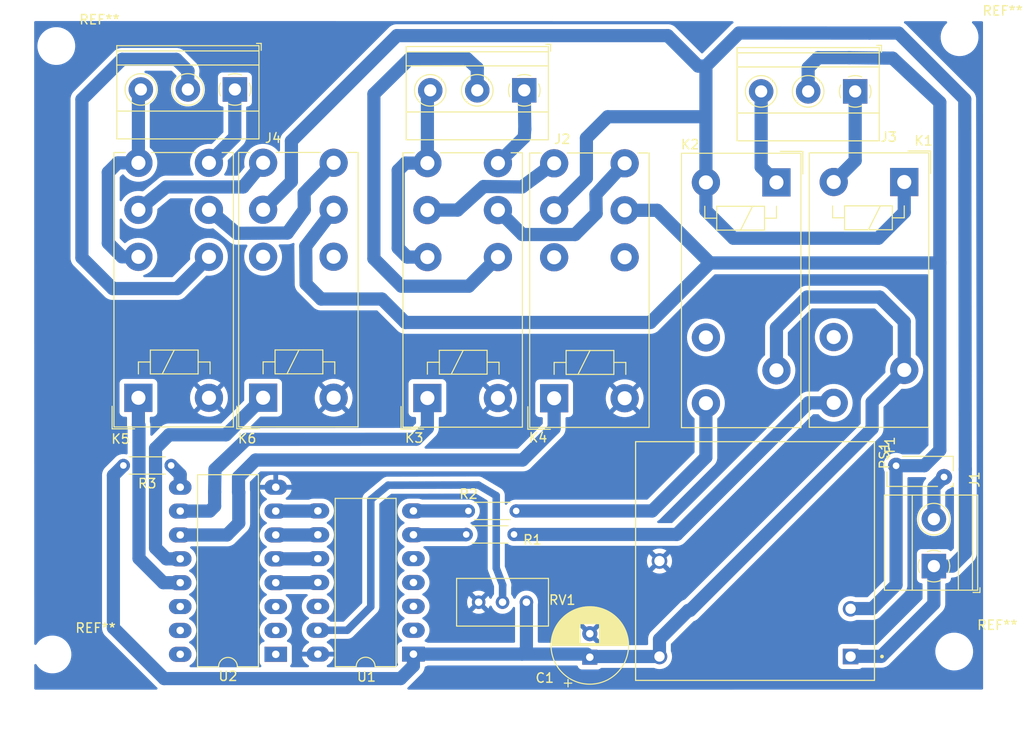
<source format=kicad_pcb>
(kicad_pcb (version 20211014) (generator pcbnew)
  (layers (0 "F.Cu" signal) (31 "B.Cu" signal) (34 "B.Paste" user) (35 "F.Paste" user) (36 "B.SilkS" user "B.Silkscreen") (37 "F.SilkS" user "F.Silkscreen") (38 "B.Mask" user) (39 "F.Mask" user) (44 "Edge.Cuts" user))
  (net 0 "")
  (net 1 "Earth")
  (net 2 "FASE")
  (net 3 "NEUTRO")
  (net 4 "UP")
  (net 5 "DOW")
  (net 9 "DIR M2")
  (net 10 "Net-(K5-Pad11)")
  (net 11 "Net-(K5-Pad21)")
  (net 12 "RL02")
  (net 15 "RL01")
  (net 16 "Net-(J1-Pad2)")
  (net 17 "Net-(K3-Pad12)")
  (net 18 "Net-(K3-Pad22)")
  (net 19 "Net-(K1-PadA2)")
  (net 20 "Net-(K2-PadA1)")
  (net 21 "Net-(K5-Pad22)")
  (net 22 "Net-(K5-Pad24)")
  (net 25 "Net-(K2-Pad14)")
  (net 26 "Net-(K3-Pad11)")
  (net 27 "Net-(K3-Pad21)")
  (net 29 "RL03")
  (net 30 "RL04")
  (net 31 "Net-(K3-Pad24)")
  (net 32 "Net-(J4-Pad3)")
  (net 33 "+5V")
  (net 40 "RST")
  (net 42 "Net-(K1-Pad14)")
  (net 43 "Net-(U1-Pad13)")
  (net 45 "Net-(U2-Pad9)")
  (net 46 "ON M1")
  (net 47 "ON M2")
  (net 48 "DIR M1")
  (footprint "Relay_THT:Relay_DPDT_Finder_40.52" (layer "F.Cu") (at 124.83 106.875 90)
    (fp_text reference "K3" (at -4.25 -1.4 180) (layer "F.SilkS"))
    (fp_text value "FINDER-40.52")
    (pad "11" thru_hole circle (at 20 0 90) (size 3 3) (drill 1.5) (layers *.Cu *.Mask) (net 26 "Net-(K3-Pad11)"))
    (pad "12" thru_hole circle (at 15 0 90) (size 3 3) (drill 1.5) (layers *.Cu *.Mask) (net 17 "Net-(K3-Pad12)"))
    (pad "14" thru_hole circle (at 25 0 90) (size 3 3) (drill 1.5) (layers *.Cu *.Mask) (net 17 "Net-(K3-Pad12)"))
    (pad "21" thru_hole circle (at 20 7.5 90) (size 3 3) (drill 1.5) (layers *.Cu *.Mask) (net 27 "Net-(K3-Pad21)"))
    (pad "22" thru_hole circle (at 15 7.5 90) (size 3 3) (drill 1.5) (layers *.Cu *.Mask) (net 18 "Net-(K3-Pad22)"))
    (pad "24" thru_hole circle (at 25 7.5 90) (size 3 3) (drill 1.5) (layers *.Cu *.Mask) (net 31 "Net-(K3-Pad24)"))
    (pad "A1" thru_hole rect (at 0 0 90) (size 3 3) (drill 1.5) (layers *.Cu *.Mask) (net 29 "RL03"))
    (pad "A2" thru_hole circle (at 0 7.5 90) (size 3 3) (drill 1.5) (layers *.Cu *.Mask) (net 1 "Earth"))
  )
  (footprint "MountingHole:MountingHole_3mm" (layer "F.Cu") (at 84.96 134.16)
    (fp_text reference "REF**" (at 4.59 -2.81 180) (layer "F.SilkS"))
    (fp_text value "MountingHole_3mm")
    (pad "" np_thru_hole circle (at 0 0) (size 3 3) (drill 3) (layers *.Cu *.Mask))
  )
  (footprint "Capacitor_THT:CP_Radial_D8.0mm_P2.50mm" (layer "F.Cu") (at 142.1 134.452651 90)
    (fp_text reference "C1" (at -2.207349 -4.79) (layer "F.SilkS"))
    (fp_text value "100uF")
    (pad "1" thru_hole rect (at 0 0 90) (size 1.6 1.6) (drill 0.8) (layers *.Cu *.Mask) (net 33 "+5V"))
    (pad "2" thru_hole circle (at 2.5 0 90) (size 1.6 1.6) (drill 0.8) (layers *.Cu *.Mask) (net 1 "Earth"))
  )
  (footprint "TerminalBlock_Phoenix:TerminalBlock_Phoenix_MKDS-1,5-2_1x02_P5.00mm_Horizontal" (layer "F.Cu") (at 178.69 124.76 90)
    (fp_text reference "J1" (at 9.21 4.335 90) (layer "F.SilkS"))
    (fp_text value "Conn_01x02")
    (pad "1" thru_hole rect (at 0 0 90) (size 2.6 2.6) (drill 1.3) (layers *.Cu *.Mask) (net 3 "NEUTRO"))
    (pad "2" thru_hole circle (at 5 0 90) (size 2.6 2.6) (drill 1.3) (layers *.Cu *.Mask) (net 16 "Net-(J1-Pad2)"))
  )
  (footprint "Relay_THT:Relay_SPDT_Finder_40.31" (layer "F.Cu") (at 161.9475 83.9275 -90)
    (fp_text reference "K2" (at -4.0275 9.1775 180) (layer "F.SilkS"))
    (fp_text value "FINDER-36.11")
    (pad "11" thru_hole circle (at 20 0 270) (size 3 3) (drill 1.5) (layers *.Cu *.Mask) (net 33 "+5V"))
    (pad "12" thru_hole circle (at 16.5 7.5 270) (size 3 3) (drill 1.5) (layers *.Cu *.Mask))
    (pad "14" thru_hole circle (at 23.5 7.5 270) (size 3 3) (drill 1.5) (layers *.Cu *.Mask) (net 25 "Net-(K2-Pad14)"))
    (pad "A1" thru_hole rect (at 0 0 270) (size 3 3) (drill 1.5) (layers *.Cu *.Mask) (net 20 "Net-(K2-PadA1)"))
    (pad "A2" thru_hole circle (at 0 7.5 270) (size 3 3) (drill 1.5) (layers *.Cu *.Mask) (net 3 "NEUTRO"))
  )
  (footprint "Resistor_THT:R_Axial_DIN0204_L3.6mm_D1.6mm_P5.08mm_Horizontal" (layer "F.Cu") (at 134.27 118.89 180)
    (fp_text reference "R2" (at 5.06 1.8) (layer "F.SilkS"))
    (fp_text value "10K")
    (pad "1" thru_hole circle (at 0 0 180) (size 1.4 1.4) (drill 0.7) (layers *.Cu *.Mask) (net 25 "Net-(K2-Pad14)"))
    (pad "2" thru_hole oval (at 5.08 0 180) (size 1.4 1.4) (drill 0.7) (layers *.Cu *.Mask) (net 4 "UP"))
  )
  (footprint "Relay_THT:Relay_SPDT_Finder_40.31" (layer "F.Cu") (at 175.5375 83.8875 -90)
    (fp_text reference "K1" (at -4.3875 -2.0525) (layer "F.SilkS"))
    (fp_text value "FINDER-36.11")
    (pad "11" thru_hole circle (at 20 0 270) (size 3 3) (drill 1.5) (layers *.Cu *.Mask) (net 33 "+5V"))
    (pad "12" thru_hole circle (at 16.5 7.5 270) (size 3 3) (drill 1.5) (layers *.Cu *.Mask))
    (pad "14" thru_hole circle (at 23.5 7.5 270) (size 3 3) (drill 1.5) (layers *.Cu *.Mask) (net 42 "Net-(K1-Pad14)"))
    (pad "A1" thru_hole rect (at 0 0 270) (size 3 3) (drill 1.5) (layers *.Cu *.Mask) (net 3 "NEUTRO"))
    (pad "A2" thru_hole circle (at 0 7.5 270) (size 3 3) (drill 1.5) (layers *.Cu *.Mask) (net 19 "Net-(K1-PadA2)"))
  )
  (footprint "Package_DIP:DIP-16_W10.16mm_LongPads" (layer "F.Cu") (at 108.705 134.145 180)
    (fp_text reference "U2" (at 5.08 -2.33) (layer "F.SilkS"))
    (fp_text value "ULN2003A")
    (pad "1" thru_hole rect (at 0 0 180) (size 2.4 1.6) (drill 0.8) (layers *.Cu *.Mask))
    (pad "2" thru_hole oval (at 0 2.54 180) (size 2.4 1.6) (drill 0.8) (layers *.Cu *.Mask))
    (pad "3" thru_hole oval (at 0 5.08 180) (size 2.4 1.6) (drill 0.8) (layers *.Cu *.Mask))
    (pad "4" thru_hole oval (at 0 7.62 180) (size 2.4 1.6) (drill 0.8) (layers *.Cu *.Mask) (net 9 "DIR M2"))
    (pad "5" thru_hole oval (at 0 10.16 180) (size 2.4 1.6) (drill 0.8) (layers *.Cu *.Mask) (net 48 "DIR M1"))
    (pad "6" thru_hole oval (at 0 12.7 180) (size 2.4 1.6) (drill 0.8) (layers *.Cu *.Mask) (net 47 "ON M2"))
    (pad "7" thru_hole oval (at 0 15.24 180) (size 2.4 1.6) (drill 0.8) (layers *.Cu *.Mask) (net 46 "ON M1"))
    (pad "8" thru_hole oval (at 0 17.78 180) (size 2.4 1.6) (drill 0.8) (layers *.Cu *.Mask) (net 1 "Earth"))
    (pad "9" thru_hole oval (at 10.16 17.78 180) (size 2.4 1.6) (drill 0.8) (layers *.Cu *.Mask) (net 45 "Net-(U2-Pad9)"))
    (pad "10" thru_hole oval (at 10.16 15.24 180) (size 2.4 1.6) (drill 0.8) (layers *.Cu *.Mask) (net 29 "RL03"))
    (pad "11" thru_hole oval (at 10.16 12.7 180) (size 2.4 1.6) (drill 0.8) (layers *.Cu *.Mask) (net 30 "RL04"))
    (pad "12" thru_hole oval (at 10.16 10.16 180) (size 2.4 1.6) (drill 0.8) (layers *.Cu *.Mask) (net 15 "RL01"))
    (pad "13" thru_hole oval (at 10.16 7.62 180) (size 2.4 1.6) (drill 0.8) (layers *.Cu *.Mask) (net 12 "RL02"))
    (pad "14" thru_hole oval (at 10.16 5.08 180) (size 2.4 1.6) (drill 0.8) (layers *.Cu *.Mask))
    (pad "15" thru_hole oval (at 10.16 2.54 180) (size 2.4 1.6) (drill 0.8) (layers *.Cu *.Mask))
    (pad "16" thru_hole oval (at 10.16 0 180) (size 2.4 1.6) (drill 0.8) (layers *.Cu *.Mask))
  )
  (footprint "Relay_THT:Relay_DPDT_Finder_40.52" (layer "F.Cu") (at 94.1 106.85 90)
    (fp_text reference "K5" (at -4.38 -1.9 180) (layer "F.SilkS"))
    (fp_text value "FINDER-40.52")
    (pad "11" thru_hole circle (at 20 0 90) (size 3 3) (drill 1.5) (layers *.Cu *.Mask) (net 10 "Net-(K5-Pad11)"))
    (pad "12" thru_hole circle (at 15 0 90) (size 3 3) (drill 1.5) (layers *.Cu *.Mask) (net 32 "Net-(J4-Pad3)"))
    (pad "14" thru_hole circle (at 25 0 90) (size 3 3) (drill 1.5) (layers *.Cu *.Mask) (net 32 "Net-(J4-Pad3)"))
    (pad "21" thru_hole circle (at 20 7.5 90) (size 3 3) (drill 1.5) (layers *.Cu *.Mask) (net 11 "Net-(K5-Pad21)"))
    (pad "22" thru_hole circle (at 15 7.5 90) (size 3 3) (drill 1.5) (layers *.Cu *.Mask) (net 21 "Net-(K5-Pad22)"))
    (pad "24" thru_hole circle (at 25 7.5 90) (size 3 3) (drill 1.5) (layers *.Cu *.Mask) (net 22 "Net-(K5-Pad24)"))
    (pad "A1" thru_hole rect (at 0 0 90) (size 3 3) (drill 1.5) (layers *.Cu *.Mask) (net 12 "RL02"))
    (pad "A2" thru_hole circle (at 0 7.5 90) (size 3 3) (drill 1.5) (layers *.Cu *.Mask) (net 1 "Earth"))
  )
  (footprint "Relay_THT:Relay_DPDT_Finder_40.52" (layer "F.Cu") (at 138.3075 106.8975 90)
    (fp_text reference "K4" (at -4.1875 -1.7075 180) (layer "F.SilkS"))
    (fp_text value "FINDER-40.52")
    (pad "11" thru_hole circle (at 20 0 90) (size 3 3) (drill 1.5) (layers *.Cu *.Mask) (net 3 "NEUTRO"))
    (pad "12" thru_hole circle (at 15 0 90) (size 3 3) (drill 1.5) (layers *.Cu *.Mask))
    (pad "14" thru_hole circle (at 25 0 90) (size 3 3) (drill 1.5) (layers *.Cu *.Mask) (net 26 "Net-(K3-Pad11)"))
    (pad "21" thru_hole circle (at 20 7.5 90) (size 3 3) (drill 1.5) (layers *.Cu *.Mask) (net 2 "FASE"))
    (pad "22" thru_hole circle (at 15 7.5 90) (size 3 3) (drill 1.5) (layers *.Cu *.Mask))
    (pad "24" thru_hole circle (at 25 7.5 90) (size 3 3) (drill 1.5) (layers *.Cu *.Mask) (net 27 "Net-(K3-Pad21)"))
    (pad "A1" thru_hole rect (at 0 0 90) (size 3 3) (drill 1.5) (layers *.Cu *.Mask) (net 30 "RL04"))
    (pad "A2" thru_hole circle (at 0 7.5 90) (size 3 3) (drill 1.5) (layers *.Cu *.Mask) (net 1 "Earth"))
  )
  (footprint "Fuse:Fuse_Bourns_MF-RHT070" (layer "F.Cu") (at 179.77 115.28 180)
    (fp_text reference "F1" (at 5.75 3.4 90) (layer "F.SilkS"))
    (fp_text value "Fuse")
    (pad "1" thru_hole circle (at 0 0 180) (size 1.71 1.71) (drill 0.71) (layers *.Cu *.Mask) (net 16 "Net-(J1-Pad2)"))
    (pad "2" thru_hole circle (at 5.1 1.2 180) (size 1.71 1.71) (drill 0.71) (layers *.Cu *.Mask) (net 2 "FASE"))
  )
  (footprint "TerminalBlock_Phoenix:TerminalBlock_Phoenix_MKDS-1,5-3_1x03_P5.00mm_Horizontal" (layer "F.Cu") (at 104.36 74.04 180)
    (fp_text reference "J4" (at -4.05 -5.175) (layer "F.SilkS"))
    (fp_text value "Conn_01x03")
    (pad "1" thru_hole rect (at 0 0 180) (size 2.6 2.6) (drill 1.3) (layers *.Cu *.Mask) (net 22 "Net-(K5-Pad24)"))
    (pad "2" thru_hole circle (at 5 0 180) (size 2.6 2.6) (drill 1.3) (layers *.Cu *.Mask) (net 21 "Net-(K5-Pad22)"))
    (pad "3" thru_hole circle (at 10 0 180) (size 2.6 2.6) (drill 1.3) (layers *.Cu *.Mask) (net 32 "Net-(J4-Pad3)"))
  )
  (footprint "MountingHole:MountingHole_3mm" (layer "F.Cu") (at 181.42 68.48)
    (fp_text reference "REF**" (at 4.59 -2.81 180) (layer "F.SilkS"))
    (fp_text value "MountingHole_3mm")
    (pad "" np_thru_hole circle (at 0 0) (size 3 3) (drill 3) (layers *.Cu *.Mask))
  )
  (footprint "TerminalBlock_Phoenix:TerminalBlock_Phoenix_MKDS-1,5-3_1x03_P5.00mm_Horizontal" (layer "F.Cu") (at 135.1325 74.1325 180)
    (fp_text reference "J2" (at -4.0375 -5.1925) (layer "F.SilkS"))
    (fp_text value "Conn_01x03")
    (pad "1" thru_hole rect (at 0 0 180) (size 2.6 2.6) (drill 1.3) (layers *.Cu *.Mask) (net 31 "Net-(K3-Pad24)"))
    (pad "2" thru_hole circle (at 5 0 180) (size 2.6 2.6) (drill 1.3) (layers *.Cu *.Mask) (net 18 "Net-(K3-Pad22)"))
    (pad "3" thru_hole circle (at 10 0 180) (size 2.6 2.6) (drill 1.3) (layers *.Cu *.Mask) (net 17 "Net-(K3-Pad12)"))
  )
  (footprint "LIB:CONV_LD05-23B05R2" (layer "F.Cu") (at 159.67 124.22 180)
    (fp_text reference "PS1" (at -13.7525 11.235 270) (layer "F.SilkS"))
    (fp_text value "LD05-23B05R2")
    (pad "1" thru_hole rect locked (at -10.16 -10.16 180) (size 1.65 1.65) (drill 1.1) (layers *.Cu *.Mask) (net 3 "NEUTRO"))
    (pad "2" thru_hole circle locked (at -10.16 -5.08 180) (size 1.65 1.65) (drill 1.1) (layers *.Cu *.Mask) (net 2 "FASE"))
    (pad "4" thru_hole circle locked (at 10.16 0 180) (size 1.65 1.65) (drill 1.1) (layers *.Cu *.Mask) (net 1 "Earth"))
    (pad "5" thru_hole circle locked (at 10.16 -10.16 180) (size 1.65 1.65) (drill 1.1) (layers *.Cu *.Mask) (net 33 "+5V"))
  )
  (footprint "Resistor_THT:R_Axial_DIN0204_L3.6mm_D1.6mm_P5.08mm_Horizontal" (layer "F.Cu") (at 134.04 121.39 180)
    (fp_text reference "R1" (at -1.96 -0.57) (layer "F.SilkS"))
    (fp_text value "10K")
    (pad "1" thru_hole circle (at 0 0 180) (size 1.4 1.4) (drill 0.7) (layers *.Cu *.Mask) (net 42 "Net-(K1-Pad14)"))
    (pad "2" thru_hole oval (at 5.08 0 180) (size 1.4 1.4) (drill 0.7) (layers *.Cu *.Mask) (net 5 "DOW"))
  )
  (footprint "Relay_THT:Relay_DPDT_Finder_40.52" (layer "F.Cu") (at 107.36 106.84 90)
    (fp_text reference "K6" (at -4.355 -1.7 180) (layer "F.SilkS"))
    (fp_text value "FINDER-40.52")
    (pad "11" thru_hole circle (at 20 0 90) (size 3 3) (drill 1.5) (layers *.Cu *.Mask) (net 3 "NEUTRO"))
    (pad "12" thru_hole circle (at 15 0 90) (size 3 3) (drill 1.5) (layers *.Cu *.Mask))
    (pad "14" thru_hole circle (at 25 0 90) (size 3 3) (drill 1.5) (layers *.Cu *.Mask) (net 10 "Net-(K5-Pad11)"))
    (pad "21" thru_hole circle (at 20 7.5 90) (size 3 3) (drill 1.5) (layers *.Cu *.Mask) (net 2 "FASE"))
    (pad "22" thru_hole circle (at 15 7.5 90) (size 3 3) (drill 1.5) (layers *.Cu *.Mask))
    (pad "24" thru_hole circle (at 25 7.5 90) (size 3 3) (drill 1.5) (layers *.Cu *.Mask) (net 11 "Net-(K5-Pad21)"))
    (pad "A1" thru_hole rect (at 0 0 90) (size 3 3) (drill 1.5) (layers *.Cu *.Mask) (net 15 "RL01"))
    (pad "A2" thru_hole circle (at 0 7.5 90) (size 3 3) (drill 1.5) (layers *.Cu *.Mask) (net 1 "Earth"))
  )
  (footprint "TerminalBlock_Phoenix:TerminalBlock_Phoenix_MKDS-1,5-3_1x03_P5.00mm_Horizontal" (layer "F.Cu") (at 170.32 74.245 180)
    (fp_text reference "J3" (at -3.57 -4.855) (layer "F.SilkS"))
    (fp_text value "Conn_01x03")
    (pad "1" thru_hole rect (at 0 0 180) (size 2.6 2.6) (drill 1.3) (layers *.Cu *.Mask) (net 19 "Net-(K1-PadA2)"))
    (pad "2" thru_hole circle (at 5 0 180) (size 2.6 2.6) (drill 1.3) (layers *.Cu *.Mask) (net 2 "FASE"))
    (pad "3" thru_hole circle (at 10 0 180) (size 2.6 2.6) (drill 1.3) (layers *.Cu *.Mask) (net 20 "Net-(K2-PadA1)"))
  )
  (footprint "MountingHole:MountingHole_3mm" (layer "F.Cu") (at 180.85 133.85)
    (fp_text reference "REF**" (at 4.59 -2.81 180) (layer "F.SilkS"))
    (fp_text value "MountingHole_3mm")
    (pad "" np_thru_hole circle (at 0 0) (size 3 3) (drill 3) (layers *.Cu *.Mask))
  )
  (footprint "Package_DIP:DIP-14_W10.16mm_LongPads" (layer "F.Cu") (at 123.345 134.125 180)
    (fp_text reference "U1" (at 4.995 -2.415 180) (layer "F.SilkS"))
    (fp_text value "ATTINY44-20PU")
    (pad "1" thru_hole rect (at 0 0 180) (size 2.4 1.6) (drill 0.8) (layers *.Cu *.Mask) (net 33 "+5V"))
    (pad "2" thru_hole oval (at 0 2.54 180) (size 2.4 1.6) (drill 0.8) (layers *.Cu *.Mask))
    (pad "3" thru_hole oval (at 0 5.08 180) (size 2.4 1.6) (drill 0.8) (layers *.Cu *.Mask))
    (pad "4" thru_hole oval (at 0 7.62 180) (size 2.4 1.6) (drill 0.8) (layers *.Cu *.Mask) (net 40 "RST"))
    (pad "5" thru_hole oval (at 0 10.16 180) (size 2.4 1.6) (drill 0.8) (layers *.Cu *.Mask))
    (pad "6" thru_hole oval (at 0 12.7 180) (size 2.4 1.6) (drill 0.8) (layers *.Cu *.Mask) (net 5 "DOW"))
    (pad "7" thru_hole oval (at 0 15.24 180) (size 2.4 1.6) (drill 0.8) (layers *.Cu *.Mask) (net 4 "UP"))
    (pad "8" thru_hole oval (at 10.16 15.24 180) (size 2.4 1.6) (drill 0.8) (layers *.Cu *.Mask) (net 46 "ON M1"))
    (pad "9" thru_hole oval (at 10.16 12.7 180) (size 2.4 1.6) (drill 0.8) (layers *.Cu *.Mask) (net 47 "ON M2"))
    (pad "10" thru_hole oval (at 10.16 10.16 180) (size 2.4 1.6) (drill 0.8) (layers *.Cu *.Mask) (net 48 "DIR M1"))
    (pad "11" thru_hole oval (at 10.16 7.62 180) (size 2.4 1.6) (drill 0.8) (layers *.Cu *.Mask) (net 9 "DIR M2"))
    (pad "12" thru_hole oval (at 10.16 5.08 180) (size 2.4 1.6) (drill 0.8) (layers *.Cu *.Mask))
    (pad "13" thru_hole oval (at 10.16 2.54 180) (size 2.4 1.6) (drill 0.8) (layers *.Cu *.Mask) (net 43 "Net-(U1-Pad13)"))
    (pad "14" thru_hole oval (at 10.16 0 180) (size 2.4 1.6) (drill 0.8) (layers *.Cu *.Mask) (net 1 "Earth"))
  )
  (footprint "MountingHole:MountingHole_3mm" (layer "F.Cu") (at 85.37 69.42)
    (fp_text reference "REF**" (at 4.59 -2.81 180) (layer "F.SilkS"))
    (fp_text value "MountingHole_3mm")
    (pad "" np_thru_hole circle (at 0 0) (size 3 3) (drill 3) (layers *.Cu *.Mask))
  )
  (footprint "Resistor_THT:R_Axial_DIN0204_L3.6mm_D1.6mm_P5.08mm_Horizontal" (layer "F.Cu") (at 97.58 114.05 180)
    (fp_text reference "R3" (at 2.54 -1.92) (layer "F.SilkS"))
    (fp_text value "0R")
    (pad "1" thru_hole circle (at 0 0 180) (size 1.4 1.4) (drill 0.7) (layers *.Cu *.Mask) (net 45 "Net-(U2-Pad9)"))
    (pad "2" thru_hole oval (at 5.08 0 180) (size 1.4 1.4) (drill 0.7) (layers *.Cu *.Mask) (net 33 "+5V"))
  )
  (footprint "Potentiometer_THT:Potentiometer_Bourns_3296W_Vertical" (layer "F.Cu") (at 135.36 128.6)
    (fp_text reference "RV1" (at 3.81 -0.23) (layer "F.SilkS"))
    (fp_text value "R_Potentiometer")
    (pad "1" thru_hole circle (at 0 0) (size 1.44 1.44) (drill 0.8) (layers *.Cu *.Mask) (net 33 "+5V"))
    (pad "2" thru_hole circle (at -2.54 0) (size 1.44 1.44) (drill 0.8) (layers *.Cu *.Mask) (net 43 "Net-(U1-Pad13)"))
    (pad "3" thru_hole circle (at -5.08 0) (size 1.44 1.44) (drill 0.8) (layers *.Cu *.Mask) (net 1 "Earth"))
  )
  (segment (start 122.48 98.83) (end 148.55 98.83) (width 1.4) (layer "B.Cu") (net 2))
  (segment (start 170.2375 129.28) (end 172.14 129.28) (width 1.4) (layer "B.Cu") (net 2))
  (segment (start 179.32 75.41) (end 174.3 70.71) (width 1.4) (layer "B.Cu") (net 2))
  (segment (start 177.67 114.08) (end 179.32 112.43) (width 1.4) (layer "B.Cu") (net 2))
  (segment (start 111.89 90.73) (end 111.93 94.74) (width 1.4) (layer "B.Cu") (net 2))
  (segment (start 119.99 96.34) (end 122.48 98.83) (width 1.4) (layer "B.Cu") (net 2))
  (segment (start 174.67 114.08) (end 177.67 114.08) (width 1.4) (layer "B.Cu") (net 2))
  (segment (start 111.93 94.74) (end 113.53 96.34) (width 1.4) (layer "B.Cu") (net 2))
  (segment (start 113.53 96.34) (end 119.99 96.34) (width 1.4) (layer "B.Cu") (net 2))
  (segment (start 174.67 126.75) (end 174.67 114.08) (width 1.4) (layer "B.Cu") (net 2))
  (segment (start 172.14 129.28) (end 174.67 126.75) (width 1.4) (layer "B.Cu") (net 2))
  (segment (start 154.88 92.5) (end 179.32 92.5) (width 1.4) (layer "B.Cu") (net 2))
  (segment (start 169.69 70.66) (end 166.39 70.66) (width 1.4) (layer "B.Cu") (net 2))
  (segment (start 114.86 86.84) (end 111.89 90.73) (width 1.4) (layer "B.Cu") (net 2))
  (segment (start 174.3 70.71) (end 169.69 70.66) (width 1.4) (layer "B.Cu") (net 2))
  (segment (start 165.32 71.73) (end 165.32 74.245) (width 1.4) (layer "B.Cu") (net 2))
  (segment (start 166.39 70.66) (end 165.32 71.73) (width 1.4) (layer "B.Cu") (net 2))
  (segment (start 145.8075 86.8975) (end 149.2775 86.8975) (width 1.4) (layer "B.Cu") (net 2))
  (segment (start 149.2775 86.8975) (end 154.88 92.5) (width 1.4) (layer "B.Cu") (net 2))
  (segment (start 179.32 112.43) (end 179.32 92.5) (width 1.4) (layer "B.Cu") (net 2))
  (segment (start 179.32 92.5) (end 179.32 75.41) (width 1.4) (layer "B.Cu") (net 2))
  (segment (start 148.55 98.83) (end 154.88 92.5) (width 1.4) (layer "B.Cu") (net 2))
  (segment (start 153.6225 71.5525) (end 154.4475 71.5525) (width 1.4) (layer "B.Cu") (net 3))
  (segment (start 138.3075 86.8975) (end 141.74 83.465) (width 1.4) (layer "B.Cu") (net 3))
  (segment (start 157.37 89.87) (end 172.78 89.87) (width 1.4) (layer "B.Cu") (net 3))
  (segment (start 150.38 68.31) (end 153.6225 71.5525) (width 1.4) (layer "B.Cu") (net 3))
  (segment (start 107.36 86.84) (end 110.37 83.83) (width 1.4) (layer "B.Cu") (net 3))
  (segment (start 154.4475 86.9475) (end 157.37 89.87) (width 1.4) (layer "B.Cu") (net 3))
  (segment (start 175.5375 87.1125) (end 175.5375 83.8875) (width 1.4) (layer "B.Cu") (net 3))
  (segment (start 182.03 123.38) (end 180.65 124.76) (width 1.4) (layer "B.Cu") (net 3))
  (segment (start 174.93 68.04) (end 181.97 75.08) (width 1.4) (layer "B.Cu") (net 3))
  (segment (start 154.4475 71.5525) (end 157.97 68.03) (width 1.4) (layer "B.Cu") (net 3))
  (segment (start 141.74 79.21) (end 144.0075 76.9425) (width 1.4) (layer "B.Cu") (net 3))
  (segment (start 178.69 128.76) (end 178.69 124.76) (width 1.4) (layer "B.Cu") (net 3))
  (segment (start 180.65 124.76) (end 178.69 124.76) (width 1.4) (layer "B.Cu") (net 3))
  (segment (start 144.0075 76.9425) (end 154.4475 76.9425) (width 1.4) (layer "B.Cu") (net 3))
  (segment (start 172.78 89.87) (end 175.5375 87.1125) (width 1.4) (layer "B.Cu") (net 3))
  (segment (start 154.4475 71.5525) (end 154.4475 76.9425) (width 1.4) (layer "B.Cu") (net 3))
  (segment (start 141.74 83.465) (end 141.74 79.21) (width 1.4) (layer "B.Cu") (net 3))
  (segment (start 157.97 68.03) (end 171.84 68.04) (width 1.4) (layer "B.Cu") (net 3))
  (segment (start 170.2375 134.36) (end 173.09 134.36) (width 1.4) (layer "B.Cu") (net 3))
  (segment (start 181.97 75.08) (end 182.03 114.45) (width 1.4) (layer "B.Cu") (net 3))
  (segment (start 110.37 79.53) (end 121.59 68.31) (width 1.4) (layer "B.Cu") (net 3))
  (segment (start 173.09 134.36) (end 178.69 128.76) (width 1.4) (layer "B.Cu") (net 3))
  (segment (start 154.4475 76.9425) (end 154.4475 83.9275) (width 1.4) (layer "B.Cu") (net 3))
  (segment (start 154.4475 83.9275) (end 154.4475 86.9475) (width 1.4) (layer "B.Cu") (net 3))
  (segment (start 182.03 114.45) (end 182.03 123.38) (width 1.4) (layer "B.Cu") (net 3))
  (segment (start 171.84 68.04) (end 174.93 68.04) (width 1.4) (layer "B.Cu") (net 3))
  (segment (start 121.59 68.31) (end 150.38 68.31) (width 1.4) (layer "B.Cu") (net 3))
  (segment (start 110.37 83.83) (end 110.37 79.53) (width 1.4) (layer "B.Cu") (net 3))
  (segment (start 129.185 118.885) (end 129.19 118.89) (width 1.4) (layer "B.Cu") (net 4))
  (segment (start 123.345 118.885) (end 129.185 118.885) (width 1.4) (layer "B.Cu") (net 4))
  (segment (start 123.345 121.425) (end 128.925 121.425) (width 1.4) (layer "B.Cu") (net 5))
  (segment (start 128.925 121.425) (end 128.96 121.39) (width 1.4) (layer "B.Cu") (net 5))
  (segment (start 113.165 126.525) (end 113.185 126.505) (width 1.4) (layer "B.Cu") (net 9))
  (segment (start 108.705 126.525) (end 113.165 126.525) (width 1.4) (layer "B.Cu") (net 9))
  (segment (start 94.1 86.85) (end 97.06 84.415) (width 1.4) (layer "B.Cu") (net 10))
  (segment (start 97.06 84.415) (end 105.24 84.415) (width 1.4) (layer "B.Cu") (net 10))
  (segment (start 105.24 84.415) (end 107.36 81.84) (width 1.4) (layer "B.Cu") (net 10))
  (segment (start 112.25 84.52) (end 114.86 81.84) (width 1.4) (layer "B.Cu") (net 11))
  (segment (start 109.94 89.315) (end 111.74 86.835) (width 1.4) (layer "B.Cu") (net 11))
  (segment (start 101.6 86.85) (end 104.56 89.345) (width 1.4) (layer "B.Cu") (net 11))
  (segment (start 111.74 86.835) (end 111.72 85.08) (width 1.4) (layer "B.Cu") (net 11))
  (segment (start 104.56 89.345) (end 109.94 89.315) (width 1.4) (layer "B.Cu") (net 11))
  (segment (start 111.72 85.08) (end 112.25 84.52) (width 1.4) (layer "B.Cu") (net 11))
  (segment (start 96.745 126.525) (end 94.16 123.94) (width 1.4) (layer "B.Cu") (net 12))
  (segment (start 94.1 109.73) (end 94.1 106.85) (width 1.4) (layer "B.Cu") (net 12))
  (segment (start 94.16 123.94) (end 94.16 109.79) (width 1.4) (layer "B.Cu") (net 12))
  (segment (start 98.545 126.525) (end 96.745 126.525) (width 1.4) (layer "B.Cu") (net 12))
  (segment (start 94.16 109.79) (end 94.1 109.73) (width 1.4) (layer "B.Cu") (net 12))
  (segment (start 97.36 110.79) (end 95.92 112.23) (width 1.4) (layer "B.Cu") (net 15))
  (segment (start 97.075 123.985) (end 98.545 123.985) (width 1.4) (layer "B.Cu") (net 15))
  (segment (start 95.92 122.83) (end 97.075 123.985) (width 1.4) (layer "B.Cu") (net 15))
  (segment (start 107.36 106.84) (end 103.41 110.79) (width 1.4) (layer "B.Cu") (net 15))
  (segment (start 103.41 110.79) (end 97.36 110.79) (width 1.4) (layer "B.Cu") (net 15))
  (segment (start 95.92 112.23) (end 95.92 122.83) (width 1.4) (layer "B.Cu") (net 15))
  (segment (start 178.69 119.76) (end 178.69 116.36) (width 1.4) (layer "B.Cu") (net 16))
  (segment (start 178.69 116.36) (end 179.77 115.28) (width 1.4) (layer "B.Cu") (net 16))
  (segment (start 122.685 91.875) (end 121.7275 90.9175) (width 1.4) (layer "B.Cu") (net 17))
  (segment (start 124.83 91.875) (end 122.685 91.875) (width 1.4) (layer "B.Cu") (net 17))
  (segment (start 122.5 81.875) (end 124.83 81.875) (width 1.4) (layer "B.Cu") (net 17))
  (segment (start 124.83 81.875) (end 124.83 74.435) (width 1.4) (layer "B.Cu") (net 17))
  (segment (start 121.7275 90.9175) (end 121.7275 82.6475) (width 1.4) (layer "B.Cu") (net 17))
  (segment (start 121.7275 82.6475) (end 122.5 81.875) (width 1.4) (layer "B.Cu") (net 17))
  (segment (start 124.83 74.435) (end 125.1325 74.1325) (width 1.4) (layer "B.Cu") (net 17))
  (segment (start 132.33 91.875) (end 129.23 94.975) (width 1.4) (layer "B.Cu") (net 18))
  (segment (start 122.95 70.765) (end 129.02 70.755) (width 1.4) (layer "B.Cu") (net 18))
  (segment (start 119.14 92.045) (end 119.14 74.525) (width 1.4) (layer "B.Cu") (net 18))
  (segment (start 130.1325 71.7725) (end 130.1325 74.1325) (width 1.4) (layer "B.Cu") (net 18))
  (segment (start 130.05 71.705) (end 130.1325 71.7725) (width 1.4) (layer "B.Cu") (net 18))
  (segment (start 122.07 94.975) (end 119.14 92.045) (width 1.4) (layer "B.Cu") (net 18))
  (segment (start 129.23 94.975) (end 122.07 94.975) (width 1.4) (layer "B.Cu") (net 18))
  (segment (start 119.14 74.525) (end 122.95 70.765) (width 1.4) (layer "B.Cu") (net 18))
  (segment (start 129.02 70.755) (end 130.05 71.705) (width 1.4) (layer "B.Cu") (net 18))
  (segment (start 170.32 74.245) (end 170.32 81.605) (width 1.4) (layer "B.Cu") (net 19))
  (segment (start 170.32 81.605) (end 168.0375 83.8875) (width 1.4) (layer "B.Cu") (net 19))
  (segment (start 160.32 74.245) (end 160.32 82.3) (width 1.4) (layer "B.Cu") (net 20))
  (segment (start 160.32 82.3) (end 161.9475 83.9275) (width 1.4) (layer "B.Cu") (net 20))
  (segment (start 88.09 91.945) (end 88.09 75.105) (width 1.4) (layer "B.Cu") (net 21))
  (segment (start 101.6 91.85) (end 98.225 95.225) (width 1.4) (layer "B.Cu") (net 21))
  (segment (start 92.36 70.835) (end 98.13 70.835) (width 1.4) (layer "B.Cu") (net 21))
  (segment (start 98.13 70.835) (end 99.38 72.085) (width 1.4) (layer "B.Cu") (net 21))
  (segment (start 88.09 75.105) (end 92.36 70.835) (width 1.4) (layer "B.Cu") (net 21))
  (segment (start 99.38 72.085) (end 99.35 72.115) (width 1.4) (layer "B.Cu") (net 21))
  (segment (start 99.35 72.115) (end 99.35 74.24) (width 1.4) (layer "B.Cu") (net 21))
  (segment (start 91.37 95.225) (end 88.09 91.945) (width 1.4) (layer "B.Cu") (net 21))
  (segment (start 98.225 95.225) (end 91.37 95.225) (width 1.4) (layer "B.Cu") (net 21))
  (segment (start 101.6 81.85) (end 104.35 79.1) (width 1.4) (layer "B.Cu") (net 22))
  (segment (start 104.35 79.1) (end 104.35 74.24) (width 1.4) (layer "B.Cu") (net 22))
  (segment (start 134.27 118.89) (end 148.73 118.89) (width 1.4) (layer "B.Cu") (net 25))
  (segment (start 154.4475 113.1725) (end 154.4475 107.4275) (width 1.4) (layer "B.Cu") (net 25))
  (segment (start 148.73 118.89) (end 154.4475 113.1725) (width 1.4) (layer "B.Cu") (net 25))
  (segment (start 124.83 86.875) (end 128.04 86.875) (width 1.4) (layer "B.Cu") (net 26))
  (segment (start 128.04 86.875) (end 130.8075 84.3675) (width 1.4) (layer "B.Cu") (net 26))
  (segment (start 130.8075 84.3675) (end 134.8875 84.4175) (width 1.4) (layer "B.Cu") (net 26))
  (segment (start 134.8875 84.4175) (end 138.3075 81.8975) (width 1.4) (layer "B.Cu") (net 26))
  (segment (start 134.9325 89.4775) (end 140.5275 89.4775) (width 1.4) (layer "B.Cu") (net 27))
  (segment (start 142.7775 87.2275) (end 142.75 85.21) (width 1.4) (layer "B.Cu") (net 27))
  (segment (start 142.75 85.21) (end 145.8075 81.8975) (width 1.4) (layer "B.Cu") (net 27))
  (segment (start 140.5275 89.4775) (end 142.7775 87.2275) (width 1.4) (layer "B.Cu") (net 27))
  (segment (start 132.33 86.875) (end 134.9325 89.4775) (width 1.4) (layer "B.Cu") (net 27))
  (segment (start 102.205 116.885) (end 102.205 118.385) (width 1.4) (layer "B.Cu") (net 29))
  (segment (start 105.6 111.27) (end 102.24 114.47) (width 1.4) (layer "B.Cu") (net 29))
  (segment (start 102.205 118.385) (end 101.685 118.905) (width 1.4) (layer "B.Cu") (net 29))
  (segment (start 124.83 110.07) (end 123.64 111.26) (width 1.4) (layer "B.Cu") (net 29))
  (segment (start 124.83 106.875) (end 124.83 110.07) (width 1.4) (layer "B.Cu") (net 29))
  (segment (start 123.64 111.26) (end 105.6 111.27) (width 1.4) (layer "B.Cu") (net 29))
  (segment (start 101.685 118.905) (end 98.545 118.905) (width 1.4) (layer "B.Cu") (net 29))
  (segment (start 102.24 114.47) (end 102.205 116.885) (width 1.4) (layer "B.Cu") (net 29))
  (segment (start 104.77 116.91) (end 104.77 120.19) (width 1.4) (layer "B.Cu") (net 30))
  (segment (start 104.745 116.885) (end 104.77 116.91) (width 1.4) (layer "B.Cu") (net 30))
  (segment (start 106.56 113.47) (end 134.95 113.47) (width 1.4) (layer "B.Cu") (net 30))
  (segment (start 103.515 121.445) (end 98.545 121.445) (width 1.4) (layer "B.Cu") (net 30))
  (segment (start 104.77 120.19) (end 103.515 121.445) (width 1.4) (layer "B.Cu") (net 30))
  (segment (start 134.95 113.47) (end 138.3075 110.1125) (width 1.4) (layer "B.Cu") (net 30))
  (segment (start 104.745 116.885) (end 104.745 115.285) (width 1.4) (layer "B.Cu") (net 30))
  (segment (start 138.42 107.01) (end 138.3075 106.8975) (width 1.4) (layer "B.Cu") (net 30))
  (segment (start 104.745 115.285) (end 106.56 113.47) (width 1.4) (layer "B.Cu") (net 30))
  (segment (start 138.3075 110.1125) (end 138.3075 106.8975) (width 1.4) (layer "B.Cu") (net 30))
  (segment (start 135.1875 78.2575) (end 135.1325 74.1325) (width 1.4) (layer "B.Cu") (net 31))
  (segment (start 135.1275 79.1275) (end 135.1875 78.2575) (width 1.4) (layer "B.Cu") (net 31))
  (segment (start 132.33 81.875) (end 135.1275 79.1275) (width 1.4) (layer "B.Cu") (net 31))
  (segment (start 92.355 91.85) (end 90.9 90.395) (width 1.4) (layer "B.Cu") (net 32))
  (segment (start 94.1 91.85) (end 92.355 91.85) (width 1.4) (layer "B.Cu") (net 32))
  (segment (start 91.905 81.85) (end 94.1 81.85) (width 1.4) (layer "B.Cu") (net 32))
  (segment (start 90.9 90.395) (end 90.9 82.855) (width 1.4) (layer "B.Cu") (net 32))
  (segment (start 94.1 74.49) (end 94.35 74.24) (width 1.4) (layer "B.Cu") (net 32))
  (segment (start 94.1 81.85) (end 94.1 74.49) (width 1.4) (layer "B.Cu") (net 32))
  (segment (start 90.9 82.855) (end 91.905 81.85) (width 1.4) (layer "B.Cu") (net 32))
  (segment (start 135.36 133.66) (end 134.895 134.125) (width 1.4) (layer "B.Cu") (net 33))
  (segment (start 96.84 136.73) (end 121.98 136.73) (width 1.4) (layer "B.Cu") (net 33))
  (segment (start 149.51 134.38) (end 142.172651 134.38) (width 1.4) (layer "B.Cu") (net 33))
  (segment (start 175.5375 98.7475) (end 175.5375 103.8875) (width 1.4) (layer "B.Cu") (net 33))
  (segment (start 141.772349 134.125) (end 142.1 134.452651) (width 1.4) (layer "B.Cu") (net 33))
  (segment (start 172.92 96.13) (end 175.5375 98.7475) (width 1.4) (layer "B.Cu") (net 33))
  (segment (start 123.345 135.365) (end 123.345 134.125) (width 1.4) (layer "B.Cu") (net 33))
  (segment (start 152.77 129.47) (end 152.58 129.47) (width 1.4) (layer "B.Cu") (net 33))
  (segment (start 165.2 96.13) (end 172.92 96.13) (width 1.4) (layer "B.Cu") (net 33))
  (segment (start 175.4975 103.9275) (end 175.5375 103.8875) (width 1.4) (layer "B.Cu") (net 33))
  (segment (start 172.12 107.305) (end 172.12 110.12) (width 1.4) (layer "B.Cu") (net 33))
  (segment (start 123.345 134.125) (end 134.895 134.125) (width 1.4) (layer "B.Cu") (net 33))
  (segment (start 92.5 114.05) (end 91.44 115.11) (width 1.4) (layer "B.Cu") (net 33))
  (segment (start 175.5375 103.8875) (end 172.12 107.305) (width 1.4) (layer "B.Cu") (net 33))
  (segment (start 142.192651 134.36) (end 142.1 134.452651) (width 1.4) (layer "B.Cu") (net 33))
  (segment (start 161.9475 103.9275) (end 161.9475 99.3825) (width 1.4) (layer "B.Cu") (net 33))
  (segment (start 121.98 136.73) (end 123.345 135.365) (width 1.4) (layer "B.Cu") (net 33))
  (segment (start 91.44 115.11) (end 91.44 131.33) (width 1.4) (layer "B.Cu") (net 33))
  (segment (start 161.9475 99.3825) (end 165.2 96.13) (width 1.4) (layer "B.Cu") (net 33))
  (segment (start 152.58 129.47) (end 149.51 132.54) (width 1.4) (layer "B.Cu") (net 33))
  (segment (start 149.51 132.54) (end 149.51 134.38) (width 1.4) (layer "B.Cu") (net 33))
  (segment (start 134.895 134.125) (end 141.772349 134.125) (width 1.4) (layer "B.Cu") (net 33))
  (segment (start 135.36 128.6) (end 135.36 133.66) (width 1.4) (layer "B.Cu") (net 33))
  (segment (start 172.12 110.12) (end 152.77 129.47) (width 1.4) (layer "B.Cu") (net 33))
  (segment (start 142.172651 134.38) (end 142.1 134.452651) (width 1.4) (layer "B.Cu") (net 33))
  (segment (start 91.44 131.33) (end 96.84 136.73) (width 1.4) (layer "B.Cu") (net 33))
  (segment (start 165.3525 107.3875) (end 168.0375 107.3875) (width 1.4) (layer "B.Cu") (net 42))
  (segment (start 151.35 121.39) (end 165.3525 107.3875) (width 1.4) (layer "B.Cu") (net 42))
  (segment (start 134.04 121.39) (end 151.35 121.39) (width 1.4) (layer "B.Cu") (net 42))
  (segment (start 113.185 131.585) (end 116.305 131.585) (width 0.8) (layer "B.Cu") (net 43))
  (segment (start 130.24 116.13) (end 132.15 117.26) (width 0.8) (layer "B.Cu") (net 43))
  (segment (start 132.83 126.79) (end 132.82 128.6) (width 0.8) (layer "B.Cu") (net 43))
  (segment (start 132.15 124.97) (end 132.85 126.79) (width 0.8) (layer "B.Cu") (net 43))
  (segment (start 118.81 129.08) (end 118.81 117.68) (width 0.8) (layer "B.Cu") (net 43))
  (segment (start 116.305 131.585) (end 118.81 129.08) (width 0.8) (layer "B.Cu") (net 43))
  (segment (start 120.65 116.15) (end 130.24 116.13) (width 0.8) (layer "B.Cu") (net 43))
  (segment (start 118.81 117.68) (end 120.65 116.15) (width 0.8) (layer "B.Cu") (net 43))
  (segment (start 132.15 117.26) (end 132.15 124.97) (width 0.8) (layer "B.Cu") (net 43))
  (segment (start 98.545 116.365) (end 98.545 115.015) (width 1.4) (layer "B.Cu") (net 45))
  (segment (start 98.545 115.015) (end 97.58 114.05) (width 1.4) (layer "B.Cu") (net 45))
  (segment (start 108.705 118.905) (end 113.165 118.905) (width 1.4) (layer "B.Cu") (net 46))
  (segment (start 113.165 118.905) (end 113.185 118.885) (width 1.4) (layer "B.Cu") (net 46))
  (segment (start 108.705 121.445) (end 113.165 121.445) (width 1.4) (layer "B.Cu") (net 47))
  (segment (start 113.165 121.445) (end 113.185 121.425) (width 1.4) (layer "B.Cu") (net 47))
  (segment (start 108.705 123.985) (end 113.165 123.985) (width 1.4) (layer "B.Cu") (net 48))
  (segment (start 113.165 123.985) (end 113.185 123.965) (width 1.4) (layer "B.Cu") (net 48))
  (zone (net 1) (net_name "Earth") (layer "B.Cu") (connect_pads (clearance 0.508)) (min_thickness 0.254) (fill yes (thermal_gap 0.508) (thermal_bridge_width 0.508))
    (polygon (pts (xy 183.912173 66.776723) (xy 183.922439 137.897946) (xy 83.025253 137.902464) (xy 83.014987 66.761241)))
  )
)
</source>
